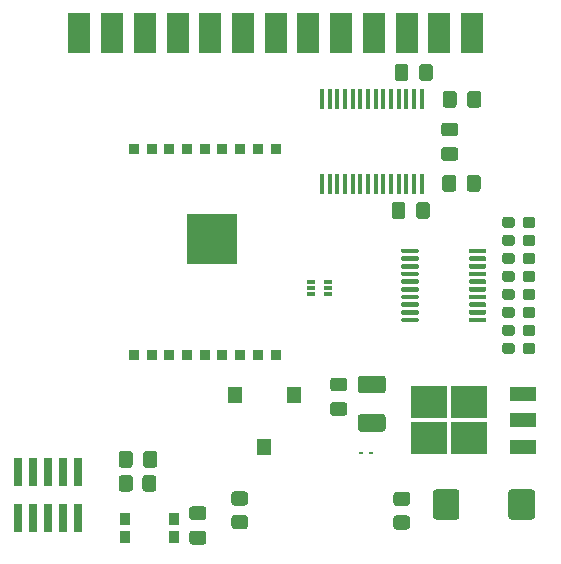
<source format=gtp>
G04 #@! TF.GenerationSoftware,KiCad,Pcbnew,5.1.10*
G04 #@! TF.CreationDate,2021-07-04T17:42:54-04:00*
G04 #@! TF.ProjectId,windpup,77696e64-7075-4702-9e6b-696361645f70,rev?*
G04 #@! TF.SameCoordinates,Original*
G04 #@! TF.FileFunction,Paste,Top*
G04 #@! TF.FilePolarity,Positive*
%FSLAX46Y46*%
G04 Gerber Fmt 4.6, Leading zero omitted, Abs format (unit mm)*
G04 Created by KiCad (PCBNEW 5.1.10) date 2021-07-04 17:42:54*
%MOMM*%
%LPD*%
G01*
G04 APERTURE LIST*
%ADD10R,4.300000X4.300000*%
%ADD11R,0.912500X0.850000*%
%ADD12R,1.200000X1.400000*%
%ADD13R,0.360000X0.250000*%
%ADD14R,0.700000X0.400000*%
%ADD15R,0.450000X1.750000*%
%ADD16R,1.846667X3.480000*%
%ADD17R,0.740000X2.400000*%
%ADD18R,0.900000X1.000000*%
%ADD19R,3.050000X2.750000*%
%ADD20R,2.200000X1.200000*%
G04 APERTURE END LIST*
D10*
X140875001Y-95094999D03*
D11*
X134295001Y-104952499D03*
X135795001Y-104952499D03*
X137295001Y-104952499D03*
X138795001Y-104952499D03*
X140295001Y-104952499D03*
X141795001Y-104952499D03*
X143295001Y-104952499D03*
X144795001Y-104952499D03*
X146295001Y-104952499D03*
X146295001Y-87477499D03*
X144795001Y-87477499D03*
X143295001Y-87477499D03*
X141795001Y-87477499D03*
X140295001Y-87477499D03*
X138795001Y-87477499D03*
X137295001Y-87477499D03*
X135795001Y-87477499D03*
X134295001Y-87477499D03*
D12*
X145329000Y-112777000D03*
X147829000Y-108377000D03*
X142829000Y-108377000D03*
G36*
G01*
X153507000Y-109942000D02*
X155357000Y-109942000D01*
G75*
G02*
X155607000Y-110192000I0J-250000D01*
G01*
X155607000Y-111192000D01*
G75*
G02*
X155357000Y-111442000I-250000J0D01*
G01*
X153507000Y-111442000D01*
G75*
G02*
X153257000Y-111192000I0J250000D01*
G01*
X153257000Y-110192000D01*
G75*
G02*
X153507000Y-109942000I250000J0D01*
G01*
G37*
G36*
G01*
X153507000Y-106692000D02*
X155357000Y-106692000D01*
G75*
G02*
X155607000Y-106942000I0J-250000D01*
G01*
X155607000Y-107942000D01*
G75*
G02*
X155357000Y-108192000I-250000J0D01*
G01*
X153507000Y-108192000D01*
G75*
G02*
X153257000Y-107942000I0J250000D01*
G01*
X153257000Y-106942000D01*
G75*
G02*
X153507000Y-106692000I250000J0D01*
G01*
G37*
G36*
G01*
X157422001Y-117726000D02*
X156521999Y-117726000D01*
G75*
G02*
X156272000Y-117476001I0J249999D01*
G01*
X156272000Y-116775999D01*
G75*
G02*
X156521999Y-116526000I249999J0D01*
G01*
X157422001Y-116526000D01*
G75*
G02*
X157672000Y-116775999I0J-249999D01*
G01*
X157672000Y-117476001D01*
G75*
G02*
X157422001Y-117726000I-249999J0D01*
G01*
G37*
G36*
G01*
X157422001Y-119726000D02*
X156521999Y-119726000D01*
G75*
G02*
X156272000Y-119476001I0J249999D01*
G01*
X156272000Y-118775999D01*
G75*
G02*
X156521999Y-118526000I249999J0D01*
G01*
X157422001Y-118526000D01*
G75*
G02*
X157672000Y-118775999I0J-249999D01*
G01*
X157672000Y-119476001D01*
G75*
G02*
X157422001Y-119726000I-249999J0D01*
G01*
G37*
G36*
G01*
X143706001Y-117694000D02*
X142805999Y-117694000D01*
G75*
G02*
X142556000Y-117444001I0J249999D01*
G01*
X142556000Y-116743999D01*
G75*
G02*
X142805999Y-116494000I249999J0D01*
G01*
X143706001Y-116494000D01*
G75*
G02*
X143956000Y-116743999I0J-249999D01*
G01*
X143956000Y-117444001D01*
G75*
G02*
X143706001Y-117694000I-249999J0D01*
G01*
G37*
G36*
G01*
X143706001Y-119694000D02*
X142805999Y-119694000D01*
G75*
G02*
X142556000Y-119444001I0J249999D01*
G01*
X142556000Y-118743999D01*
G75*
G02*
X142805999Y-118494000I249999J0D01*
G01*
X143706001Y-118494000D01*
G75*
G02*
X143956000Y-118743999I0J-249999D01*
G01*
X143956000Y-119444001D01*
G75*
G02*
X143706001Y-119694000I-249999J0D01*
G01*
G37*
D13*
X154344000Y-113284000D03*
X153504000Y-113284000D03*
G36*
G01*
X151163000Y-106854500D02*
X152113000Y-106854500D01*
G75*
G02*
X152363000Y-107104500I0J-250000D01*
G01*
X152363000Y-107779500D01*
G75*
G02*
X152113000Y-108029500I-250000J0D01*
G01*
X151163000Y-108029500D01*
G75*
G02*
X150913000Y-107779500I0J250000D01*
G01*
X150913000Y-107104500D01*
G75*
G02*
X151163000Y-106854500I250000J0D01*
G01*
G37*
G36*
G01*
X151163000Y-108929500D02*
X152113000Y-108929500D01*
G75*
G02*
X152363000Y-109179500I0J-250000D01*
G01*
X152363000Y-109854500D01*
G75*
G02*
X152113000Y-110104500I-250000J0D01*
G01*
X151163000Y-110104500D01*
G75*
G02*
X150913000Y-109854500I0J250000D01*
G01*
X150913000Y-109179500D01*
G75*
G02*
X151163000Y-108929500I250000J0D01*
G01*
G37*
D14*
X150749000Y-99806000D03*
X150749000Y-98806000D03*
X149249000Y-99806000D03*
X150749000Y-99306000D03*
X149249000Y-98806000D03*
X149249000Y-99306000D03*
G36*
G01*
X162480500Y-90899000D02*
X162480500Y-89949000D01*
G75*
G02*
X162730500Y-89699000I250000J0D01*
G01*
X163405500Y-89699000D01*
G75*
G02*
X163655500Y-89949000I0J-250000D01*
G01*
X163655500Y-90899000D01*
G75*
G02*
X163405500Y-91149000I-250000J0D01*
G01*
X162730500Y-91149000D01*
G75*
G02*
X162480500Y-90899000I0J250000D01*
G01*
G37*
G36*
G01*
X160405500Y-90899000D02*
X160405500Y-89949000D01*
G75*
G02*
X160655500Y-89699000I250000J0D01*
G01*
X161330500Y-89699000D01*
G75*
G02*
X161580500Y-89949000I0J-250000D01*
G01*
X161580500Y-90899000D01*
G75*
G02*
X161330500Y-91149000I-250000J0D01*
G01*
X160655500Y-91149000D01*
G75*
G02*
X160405500Y-90899000I0J250000D01*
G01*
G37*
G36*
G01*
X161623500Y-82837000D02*
X161623500Y-83787000D01*
G75*
G02*
X161373500Y-84037000I-250000J0D01*
G01*
X160698500Y-84037000D01*
G75*
G02*
X160448500Y-83787000I0J250000D01*
G01*
X160448500Y-82837000D01*
G75*
G02*
X160698500Y-82587000I250000J0D01*
G01*
X161373500Y-82587000D01*
G75*
G02*
X161623500Y-82837000I0J-250000D01*
G01*
G37*
G36*
G01*
X163698500Y-82837000D02*
X163698500Y-83787000D01*
G75*
G02*
X163448500Y-84037000I-250000J0D01*
G01*
X162773500Y-84037000D01*
G75*
G02*
X162523500Y-83787000I0J250000D01*
G01*
X162523500Y-82837000D01*
G75*
G02*
X162773500Y-82587000I250000J0D01*
G01*
X163448500Y-82587000D01*
G75*
G02*
X163698500Y-82837000I0J-250000D01*
G01*
G37*
G36*
G01*
X157538000Y-80551000D02*
X157538000Y-81501000D01*
G75*
G02*
X157288000Y-81751000I-250000J0D01*
G01*
X156613000Y-81751000D01*
G75*
G02*
X156363000Y-81501000I0J250000D01*
G01*
X156363000Y-80551000D01*
G75*
G02*
X156613000Y-80301000I250000J0D01*
G01*
X157288000Y-80301000D01*
G75*
G02*
X157538000Y-80551000I0J-250000D01*
G01*
G37*
G36*
G01*
X159613000Y-80551000D02*
X159613000Y-81501000D01*
G75*
G02*
X159363000Y-81751000I-250000J0D01*
G01*
X158688000Y-81751000D01*
G75*
G02*
X158438000Y-81501000I0J250000D01*
G01*
X158438000Y-80551000D01*
G75*
G02*
X158688000Y-80301000I250000J0D01*
G01*
X159363000Y-80301000D01*
G75*
G02*
X159613000Y-80551000I0J-250000D01*
G01*
G37*
G36*
G01*
X157284000Y-92235000D02*
X157284000Y-93185000D01*
G75*
G02*
X157034000Y-93435000I-250000J0D01*
G01*
X156359000Y-93435000D01*
G75*
G02*
X156109000Y-93185000I0J250000D01*
G01*
X156109000Y-92235000D01*
G75*
G02*
X156359000Y-91985000I250000J0D01*
G01*
X157034000Y-91985000D01*
G75*
G02*
X157284000Y-92235000I0J-250000D01*
G01*
G37*
G36*
G01*
X159359000Y-92235000D02*
X159359000Y-93185000D01*
G75*
G02*
X159109000Y-93435000I-250000J0D01*
G01*
X158434000Y-93435000D01*
G75*
G02*
X158184000Y-93185000I0J250000D01*
G01*
X158184000Y-92235000D01*
G75*
G02*
X158434000Y-91985000I250000J0D01*
G01*
X159109000Y-91985000D01*
G75*
G02*
X159359000Y-92235000I0J-250000D01*
G01*
G37*
G36*
G01*
X161511000Y-86439500D02*
X160561000Y-86439500D01*
G75*
G02*
X160311000Y-86189500I0J250000D01*
G01*
X160311000Y-85514500D01*
G75*
G02*
X160561000Y-85264500I250000J0D01*
G01*
X161511000Y-85264500D01*
G75*
G02*
X161761000Y-85514500I0J-250000D01*
G01*
X161761000Y-86189500D01*
G75*
G02*
X161511000Y-86439500I-250000J0D01*
G01*
G37*
G36*
G01*
X161511000Y-88514500D02*
X160561000Y-88514500D01*
G75*
G02*
X160311000Y-88264500I0J250000D01*
G01*
X160311000Y-87589500D01*
G75*
G02*
X160561000Y-87339500I250000J0D01*
G01*
X161511000Y-87339500D01*
G75*
G02*
X161761000Y-87589500I0J-250000D01*
G01*
X161761000Y-88264500D01*
G75*
G02*
X161511000Y-88514500I-250000J0D01*
G01*
G37*
G36*
G01*
X167228000Y-97011500D02*
X167228000Y-96536500D01*
G75*
G02*
X167465500Y-96299000I237500J0D01*
G01*
X168040500Y-96299000D01*
G75*
G02*
X168278000Y-96536500I0J-237500D01*
G01*
X168278000Y-97011500D01*
G75*
G02*
X168040500Y-97249000I-237500J0D01*
G01*
X167465500Y-97249000D01*
G75*
G02*
X167228000Y-97011500I0J237500D01*
G01*
G37*
G36*
G01*
X165478000Y-97011500D02*
X165478000Y-96536500D01*
G75*
G02*
X165715500Y-96299000I237500J0D01*
G01*
X166290500Y-96299000D01*
G75*
G02*
X166528000Y-96536500I0J-237500D01*
G01*
X166528000Y-97011500D01*
G75*
G02*
X166290500Y-97249000I-237500J0D01*
G01*
X165715500Y-97249000D01*
G75*
G02*
X165478000Y-97011500I0J237500D01*
G01*
G37*
G36*
G01*
X167228000Y-100059500D02*
X167228000Y-99584500D01*
G75*
G02*
X167465500Y-99347000I237500J0D01*
G01*
X168040500Y-99347000D01*
G75*
G02*
X168278000Y-99584500I0J-237500D01*
G01*
X168278000Y-100059500D01*
G75*
G02*
X168040500Y-100297000I-237500J0D01*
G01*
X167465500Y-100297000D01*
G75*
G02*
X167228000Y-100059500I0J237500D01*
G01*
G37*
G36*
G01*
X165478000Y-100059500D02*
X165478000Y-99584500D01*
G75*
G02*
X165715500Y-99347000I237500J0D01*
G01*
X166290500Y-99347000D01*
G75*
G02*
X166528000Y-99584500I0J-237500D01*
G01*
X166528000Y-100059500D01*
G75*
G02*
X166290500Y-100297000I-237500J0D01*
G01*
X165715500Y-100297000D01*
G75*
G02*
X165478000Y-100059500I0J237500D01*
G01*
G37*
G36*
G01*
X167228000Y-104631500D02*
X167228000Y-104156500D01*
G75*
G02*
X167465500Y-103919000I237500J0D01*
G01*
X168040500Y-103919000D01*
G75*
G02*
X168278000Y-104156500I0J-237500D01*
G01*
X168278000Y-104631500D01*
G75*
G02*
X168040500Y-104869000I-237500J0D01*
G01*
X167465500Y-104869000D01*
G75*
G02*
X167228000Y-104631500I0J237500D01*
G01*
G37*
G36*
G01*
X165478000Y-104631500D02*
X165478000Y-104156500D01*
G75*
G02*
X165715500Y-103919000I237500J0D01*
G01*
X166290500Y-103919000D01*
G75*
G02*
X166528000Y-104156500I0J-237500D01*
G01*
X166528000Y-104631500D01*
G75*
G02*
X166290500Y-104869000I-237500J0D01*
G01*
X165715500Y-104869000D01*
G75*
G02*
X165478000Y-104631500I0J237500D01*
G01*
G37*
G36*
G01*
X167228000Y-103107500D02*
X167228000Y-102632500D01*
G75*
G02*
X167465500Y-102395000I237500J0D01*
G01*
X168040500Y-102395000D01*
G75*
G02*
X168278000Y-102632500I0J-237500D01*
G01*
X168278000Y-103107500D01*
G75*
G02*
X168040500Y-103345000I-237500J0D01*
G01*
X167465500Y-103345000D01*
G75*
G02*
X167228000Y-103107500I0J237500D01*
G01*
G37*
G36*
G01*
X165478000Y-103107500D02*
X165478000Y-102632500D01*
G75*
G02*
X165715500Y-102395000I237500J0D01*
G01*
X166290500Y-102395000D01*
G75*
G02*
X166528000Y-102632500I0J-237500D01*
G01*
X166528000Y-103107500D01*
G75*
G02*
X166290500Y-103345000I-237500J0D01*
G01*
X165715500Y-103345000D01*
G75*
G02*
X165478000Y-103107500I0J237500D01*
G01*
G37*
G36*
G01*
X167228000Y-101583500D02*
X167228000Y-101108500D01*
G75*
G02*
X167465500Y-100871000I237500J0D01*
G01*
X168040500Y-100871000D01*
G75*
G02*
X168278000Y-101108500I0J-237500D01*
G01*
X168278000Y-101583500D01*
G75*
G02*
X168040500Y-101821000I-237500J0D01*
G01*
X167465500Y-101821000D01*
G75*
G02*
X167228000Y-101583500I0J237500D01*
G01*
G37*
G36*
G01*
X165478000Y-101583500D02*
X165478000Y-101108500D01*
G75*
G02*
X165715500Y-100871000I237500J0D01*
G01*
X166290500Y-100871000D01*
G75*
G02*
X166528000Y-101108500I0J-237500D01*
G01*
X166528000Y-101583500D01*
G75*
G02*
X166290500Y-101821000I-237500J0D01*
G01*
X165715500Y-101821000D01*
G75*
G02*
X165478000Y-101583500I0J237500D01*
G01*
G37*
G36*
G01*
X167228000Y-98535500D02*
X167228000Y-98060500D01*
G75*
G02*
X167465500Y-97823000I237500J0D01*
G01*
X168040500Y-97823000D01*
G75*
G02*
X168278000Y-98060500I0J-237500D01*
G01*
X168278000Y-98535500D01*
G75*
G02*
X168040500Y-98773000I-237500J0D01*
G01*
X167465500Y-98773000D01*
G75*
G02*
X167228000Y-98535500I0J237500D01*
G01*
G37*
G36*
G01*
X165478000Y-98535500D02*
X165478000Y-98060500D01*
G75*
G02*
X165715500Y-97823000I237500J0D01*
G01*
X166290500Y-97823000D01*
G75*
G02*
X166528000Y-98060500I0J-237500D01*
G01*
X166528000Y-98535500D01*
G75*
G02*
X166290500Y-98773000I-237500J0D01*
G01*
X165715500Y-98773000D01*
G75*
G02*
X165478000Y-98535500I0J237500D01*
G01*
G37*
G36*
G01*
X167228000Y-95487500D02*
X167228000Y-95012500D01*
G75*
G02*
X167465500Y-94775000I237500J0D01*
G01*
X168040500Y-94775000D01*
G75*
G02*
X168278000Y-95012500I0J-237500D01*
G01*
X168278000Y-95487500D01*
G75*
G02*
X168040500Y-95725000I-237500J0D01*
G01*
X167465500Y-95725000D01*
G75*
G02*
X167228000Y-95487500I0J237500D01*
G01*
G37*
G36*
G01*
X165478000Y-95487500D02*
X165478000Y-95012500D01*
G75*
G02*
X165715500Y-94775000I237500J0D01*
G01*
X166290500Y-94775000D01*
G75*
G02*
X166528000Y-95012500I0J-237500D01*
G01*
X166528000Y-95487500D01*
G75*
G02*
X166290500Y-95725000I-237500J0D01*
G01*
X165715500Y-95725000D01*
G75*
G02*
X165478000Y-95487500I0J237500D01*
G01*
G37*
G36*
G01*
X165478000Y-93963500D02*
X165478000Y-93488500D01*
G75*
G02*
X165715500Y-93251000I237500J0D01*
G01*
X166290500Y-93251000D01*
G75*
G02*
X166528000Y-93488500I0J-237500D01*
G01*
X166528000Y-93963500D01*
G75*
G02*
X166290500Y-94201000I-237500J0D01*
G01*
X165715500Y-94201000D01*
G75*
G02*
X165478000Y-93963500I0J237500D01*
G01*
G37*
G36*
G01*
X167228000Y-93963500D02*
X167228000Y-93488500D01*
G75*
G02*
X167465500Y-93251000I237500J0D01*
G01*
X168040500Y-93251000D01*
G75*
G02*
X168278000Y-93488500I0J-237500D01*
G01*
X168278000Y-93963500D01*
G75*
G02*
X168040500Y-94201000I-237500J0D01*
G01*
X167465500Y-94201000D01*
G75*
G02*
X167228000Y-93963500I0J237500D01*
G01*
G37*
G36*
G01*
X162653000Y-96235000D02*
X162653000Y-96035000D01*
G75*
G02*
X162753000Y-95935000I100000J0D01*
G01*
X164028000Y-95935000D01*
G75*
G02*
X164128000Y-96035000I0J-100000D01*
G01*
X164128000Y-96235000D01*
G75*
G02*
X164028000Y-96335000I-100000J0D01*
G01*
X162753000Y-96335000D01*
G75*
G02*
X162653000Y-96235000I0J100000D01*
G01*
G37*
G36*
G01*
X162653000Y-96885000D02*
X162653000Y-96685000D01*
G75*
G02*
X162753000Y-96585000I100000J0D01*
G01*
X164028000Y-96585000D01*
G75*
G02*
X164128000Y-96685000I0J-100000D01*
G01*
X164128000Y-96885000D01*
G75*
G02*
X164028000Y-96985000I-100000J0D01*
G01*
X162753000Y-96985000D01*
G75*
G02*
X162653000Y-96885000I0J100000D01*
G01*
G37*
G36*
G01*
X162653000Y-97535000D02*
X162653000Y-97335000D01*
G75*
G02*
X162753000Y-97235000I100000J0D01*
G01*
X164028000Y-97235000D01*
G75*
G02*
X164128000Y-97335000I0J-100000D01*
G01*
X164128000Y-97535000D01*
G75*
G02*
X164028000Y-97635000I-100000J0D01*
G01*
X162753000Y-97635000D01*
G75*
G02*
X162653000Y-97535000I0J100000D01*
G01*
G37*
G36*
G01*
X162653000Y-98185000D02*
X162653000Y-97985000D01*
G75*
G02*
X162753000Y-97885000I100000J0D01*
G01*
X164028000Y-97885000D01*
G75*
G02*
X164128000Y-97985000I0J-100000D01*
G01*
X164128000Y-98185000D01*
G75*
G02*
X164028000Y-98285000I-100000J0D01*
G01*
X162753000Y-98285000D01*
G75*
G02*
X162653000Y-98185000I0J100000D01*
G01*
G37*
G36*
G01*
X162653000Y-98835000D02*
X162653000Y-98635000D01*
G75*
G02*
X162753000Y-98535000I100000J0D01*
G01*
X164028000Y-98535000D01*
G75*
G02*
X164128000Y-98635000I0J-100000D01*
G01*
X164128000Y-98835000D01*
G75*
G02*
X164028000Y-98935000I-100000J0D01*
G01*
X162753000Y-98935000D01*
G75*
G02*
X162653000Y-98835000I0J100000D01*
G01*
G37*
G36*
G01*
X162653000Y-99485000D02*
X162653000Y-99285000D01*
G75*
G02*
X162753000Y-99185000I100000J0D01*
G01*
X164028000Y-99185000D01*
G75*
G02*
X164128000Y-99285000I0J-100000D01*
G01*
X164128000Y-99485000D01*
G75*
G02*
X164028000Y-99585000I-100000J0D01*
G01*
X162753000Y-99585000D01*
G75*
G02*
X162653000Y-99485000I0J100000D01*
G01*
G37*
G36*
G01*
X162653000Y-100135000D02*
X162653000Y-99935000D01*
G75*
G02*
X162753000Y-99835000I100000J0D01*
G01*
X164028000Y-99835000D01*
G75*
G02*
X164128000Y-99935000I0J-100000D01*
G01*
X164128000Y-100135000D01*
G75*
G02*
X164028000Y-100235000I-100000J0D01*
G01*
X162753000Y-100235000D01*
G75*
G02*
X162653000Y-100135000I0J100000D01*
G01*
G37*
G36*
G01*
X162653000Y-100785000D02*
X162653000Y-100585000D01*
G75*
G02*
X162753000Y-100485000I100000J0D01*
G01*
X164028000Y-100485000D01*
G75*
G02*
X164128000Y-100585000I0J-100000D01*
G01*
X164128000Y-100785000D01*
G75*
G02*
X164028000Y-100885000I-100000J0D01*
G01*
X162753000Y-100885000D01*
G75*
G02*
X162653000Y-100785000I0J100000D01*
G01*
G37*
G36*
G01*
X162653000Y-101435000D02*
X162653000Y-101235000D01*
G75*
G02*
X162753000Y-101135000I100000J0D01*
G01*
X164028000Y-101135000D01*
G75*
G02*
X164128000Y-101235000I0J-100000D01*
G01*
X164128000Y-101435000D01*
G75*
G02*
X164028000Y-101535000I-100000J0D01*
G01*
X162753000Y-101535000D01*
G75*
G02*
X162653000Y-101435000I0J100000D01*
G01*
G37*
G36*
G01*
X162653000Y-102085000D02*
X162653000Y-101885000D01*
G75*
G02*
X162753000Y-101785000I100000J0D01*
G01*
X164028000Y-101785000D01*
G75*
G02*
X164128000Y-101885000I0J-100000D01*
G01*
X164128000Y-102085000D01*
G75*
G02*
X164028000Y-102185000I-100000J0D01*
G01*
X162753000Y-102185000D01*
G75*
G02*
X162653000Y-102085000I0J100000D01*
G01*
G37*
G36*
G01*
X156928000Y-102085000D02*
X156928000Y-101885000D01*
G75*
G02*
X157028000Y-101785000I100000J0D01*
G01*
X158303000Y-101785000D01*
G75*
G02*
X158403000Y-101885000I0J-100000D01*
G01*
X158403000Y-102085000D01*
G75*
G02*
X158303000Y-102185000I-100000J0D01*
G01*
X157028000Y-102185000D01*
G75*
G02*
X156928000Y-102085000I0J100000D01*
G01*
G37*
G36*
G01*
X156928000Y-101435000D02*
X156928000Y-101235000D01*
G75*
G02*
X157028000Y-101135000I100000J0D01*
G01*
X158303000Y-101135000D01*
G75*
G02*
X158403000Y-101235000I0J-100000D01*
G01*
X158403000Y-101435000D01*
G75*
G02*
X158303000Y-101535000I-100000J0D01*
G01*
X157028000Y-101535000D01*
G75*
G02*
X156928000Y-101435000I0J100000D01*
G01*
G37*
G36*
G01*
X156928000Y-100785000D02*
X156928000Y-100585000D01*
G75*
G02*
X157028000Y-100485000I100000J0D01*
G01*
X158303000Y-100485000D01*
G75*
G02*
X158403000Y-100585000I0J-100000D01*
G01*
X158403000Y-100785000D01*
G75*
G02*
X158303000Y-100885000I-100000J0D01*
G01*
X157028000Y-100885000D01*
G75*
G02*
X156928000Y-100785000I0J100000D01*
G01*
G37*
G36*
G01*
X156928000Y-100135000D02*
X156928000Y-99935000D01*
G75*
G02*
X157028000Y-99835000I100000J0D01*
G01*
X158303000Y-99835000D01*
G75*
G02*
X158403000Y-99935000I0J-100000D01*
G01*
X158403000Y-100135000D01*
G75*
G02*
X158303000Y-100235000I-100000J0D01*
G01*
X157028000Y-100235000D01*
G75*
G02*
X156928000Y-100135000I0J100000D01*
G01*
G37*
G36*
G01*
X156928000Y-99485000D02*
X156928000Y-99285000D01*
G75*
G02*
X157028000Y-99185000I100000J0D01*
G01*
X158303000Y-99185000D01*
G75*
G02*
X158403000Y-99285000I0J-100000D01*
G01*
X158403000Y-99485000D01*
G75*
G02*
X158303000Y-99585000I-100000J0D01*
G01*
X157028000Y-99585000D01*
G75*
G02*
X156928000Y-99485000I0J100000D01*
G01*
G37*
G36*
G01*
X156928000Y-98835000D02*
X156928000Y-98635000D01*
G75*
G02*
X157028000Y-98535000I100000J0D01*
G01*
X158303000Y-98535000D01*
G75*
G02*
X158403000Y-98635000I0J-100000D01*
G01*
X158403000Y-98835000D01*
G75*
G02*
X158303000Y-98935000I-100000J0D01*
G01*
X157028000Y-98935000D01*
G75*
G02*
X156928000Y-98835000I0J100000D01*
G01*
G37*
G36*
G01*
X156928000Y-98185000D02*
X156928000Y-97985000D01*
G75*
G02*
X157028000Y-97885000I100000J0D01*
G01*
X158303000Y-97885000D01*
G75*
G02*
X158403000Y-97985000I0J-100000D01*
G01*
X158403000Y-98185000D01*
G75*
G02*
X158303000Y-98285000I-100000J0D01*
G01*
X157028000Y-98285000D01*
G75*
G02*
X156928000Y-98185000I0J100000D01*
G01*
G37*
G36*
G01*
X156928000Y-97535000D02*
X156928000Y-97335000D01*
G75*
G02*
X157028000Y-97235000I100000J0D01*
G01*
X158303000Y-97235000D01*
G75*
G02*
X158403000Y-97335000I0J-100000D01*
G01*
X158403000Y-97535000D01*
G75*
G02*
X158303000Y-97635000I-100000J0D01*
G01*
X157028000Y-97635000D01*
G75*
G02*
X156928000Y-97535000I0J100000D01*
G01*
G37*
G36*
G01*
X156928000Y-96885000D02*
X156928000Y-96685000D01*
G75*
G02*
X157028000Y-96585000I100000J0D01*
G01*
X158303000Y-96585000D01*
G75*
G02*
X158403000Y-96685000I0J-100000D01*
G01*
X158403000Y-96885000D01*
G75*
G02*
X158303000Y-96985000I-100000J0D01*
G01*
X157028000Y-96985000D01*
G75*
G02*
X156928000Y-96885000I0J100000D01*
G01*
G37*
G36*
G01*
X156928000Y-96235000D02*
X156928000Y-96035000D01*
G75*
G02*
X157028000Y-95935000I100000J0D01*
G01*
X158303000Y-95935000D01*
G75*
G02*
X158403000Y-96035000I0J-100000D01*
G01*
X158403000Y-96235000D01*
G75*
G02*
X158303000Y-96335000I-100000J0D01*
G01*
X157028000Y-96335000D01*
G75*
G02*
X156928000Y-96235000I0J100000D01*
G01*
G37*
D15*
X158657000Y-90468000D03*
X158007000Y-90468000D03*
X157357000Y-90468000D03*
X156707000Y-90468000D03*
X156057000Y-90468000D03*
X155407000Y-90468000D03*
X154757000Y-90468000D03*
X154107000Y-90468000D03*
X153457000Y-90468000D03*
X152807000Y-90468000D03*
X152157000Y-90468000D03*
X151507000Y-90468000D03*
X150857000Y-90468000D03*
X150207000Y-90468000D03*
X150207000Y-83268000D03*
X150857000Y-83268000D03*
X151507000Y-83268000D03*
X152157000Y-83268000D03*
X152807000Y-83268000D03*
X153457000Y-83268000D03*
X154107000Y-83268000D03*
X154757000Y-83268000D03*
X155407000Y-83268000D03*
X156057000Y-83268000D03*
X156707000Y-83268000D03*
X157357000Y-83268000D03*
X158007000Y-83268000D03*
X158657000Y-83268000D03*
D16*
X162924000Y-77724000D03*
X160154000Y-77724000D03*
X157384000Y-77724000D03*
X154614000Y-77724000D03*
X151844000Y-77724000D03*
X149074000Y-77724000D03*
X146304000Y-77724000D03*
X143534000Y-77724000D03*
X140764000Y-77724000D03*
X137994000Y-77724000D03*
X135224000Y-77724000D03*
X132454000Y-77724000D03*
X129684000Y-77724000D03*
D17*
X129540000Y-114890000D03*
X129540000Y-118790000D03*
X128270000Y-114890000D03*
X128270000Y-118790000D03*
X127000000Y-114890000D03*
X127000000Y-118790000D03*
X125730000Y-114890000D03*
X125730000Y-118790000D03*
X124460000Y-114890000D03*
X124460000Y-118790000D03*
D18*
X133568000Y-118796000D03*
X133568000Y-120396000D03*
X137668000Y-118796000D03*
X137668000Y-120396000D03*
G36*
G01*
X140175000Y-118930000D02*
X139225000Y-118930000D01*
G75*
G02*
X138975000Y-118680000I0J250000D01*
G01*
X138975000Y-118005000D01*
G75*
G02*
X139225000Y-117755000I250000J0D01*
G01*
X140175000Y-117755000D01*
G75*
G02*
X140425000Y-118005000I0J-250000D01*
G01*
X140425000Y-118680000D01*
G75*
G02*
X140175000Y-118930000I-250000J0D01*
G01*
G37*
G36*
G01*
X140175000Y-121005000D02*
X139225000Y-121005000D01*
G75*
G02*
X138975000Y-120755000I0J250000D01*
G01*
X138975000Y-120080000D01*
G75*
G02*
X139225000Y-119830000I250000J0D01*
G01*
X140175000Y-119830000D01*
G75*
G02*
X140425000Y-120080000I0J-250000D01*
G01*
X140425000Y-120755000D01*
G75*
G02*
X140175000Y-121005000I-250000J0D01*
G01*
G37*
G36*
G01*
X135091500Y-114267000D02*
X135091500Y-113317000D01*
G75*
G02*
X135341500Y-113067000I250000J0D01*
G01*
X136016500Y-113067000D01*
G75*
G02*
X136266500Y-113317000I0J-250000D01*
G01*
X136266500Y-114267000D01*
G75*
G02*
X136016500Y-114517000I-250000J0D01*
G01*
X135341500Y-114517000D01*
G75*
G02*
X135091500Y-114267000I0J250000D01*
G01*
G37*
G36*
G01*
X133016500Y-114267000D02*
X133016500Y-113317000D01*
G75*
G02*
X133266500Y-113067000I250000J0D01*
G01*
X133941500Y-113067000D01*
G75*
G02*
X134191500Y-113317000I0J-250000D01*
G01*
X134191500Y-114267000D01*
G75*
G02*
X133941500Y-114517000I-250000J0D01*
G01*
X133266500Y-114517000D01*
G75*
G02*
X133016500Y-114267000I0J250000D01*
G01*
G37*
D19*
X162643000Y-108965000D03*
X159293000Y-112015000D03*
X162643000Y-112015000D03*
X159293000Y-108965000D03*
D20*
X167268000Y-108210000D03*
X167268000Y-110490000D03*
X167268000Y-112770000D03*
G36*
G01*
X135004000Y-116274001D02*
X135004000Y-115373999D01*
G75*
G02*
X135253999Y-115124000I249999J0D01*
G01*
X135954001Y-115124000D01*
G75*
G02*
X136204000Y-115373999I0J-249999D01*
G01*
X136204000Y-116274001D01*
G75*
G02*
X135954001Y-116524000I-249999J0D01*
G01*
X135253999Y-116524000D01*
G75*
G02*
X135004000Y-116274001I0J249999D01*
G01*
G37*
G36*
G01*
X133004000Y-116274001D02*
X133004000Y-115373999D01*
G75*
G02*
X133253999Y-115124000I249999J0D01*
G01*
X133954001Y-115124000D01*
G75*
G02*
X134204000Y-115373999I0J-249999D01*
G01*
X134204000Y-116274001D01*
G75*
G02*
X133954001Y-116524000I-249999J0D01*
G01*
X133253999Y-116524000D01*
G75*
G02*
X133004000Y-116274001I0J249999D01*
G01*
G37*
G36*
G01*
X166007000Y-118627001D02*
X166007000Y-116576999D01*
G75*
G02*
X166256999Y-116327000I249999J0D01*
G01*
X168007001Y-116327000D01*
G75*
G02*
X168257000Y-116576999I0J-249999D01*
G01*
X168257000Y-118627001D01*
G75*
G02*
X168007001Y-118877000I-249999J0D01*
G01*
X166256999Y-118877000D01*
G75*
G02*
X166007000Y-118627001I0J249999D01*
G01*
G37*
G36*
G01*
X159607000Y-118627001D02*
X159607000Y-116576999D01*
G75*
G02*
X159856999Y-116327000I249999J0D01*
G01*
X161607001Y-116327000D01*
G75*
G02*
X161857000Y-116576999I0J-249999D01*
G01*
X161857000Y-118627001D01*
G75*
G02*
X161607001Y-118877000I-249999J0D01*
G01*
X159856999Y-118877000D01*
G75*
G02*
X159607000Y-118627001I0J249999D01*
G01*
G37*
M02*

</source>
